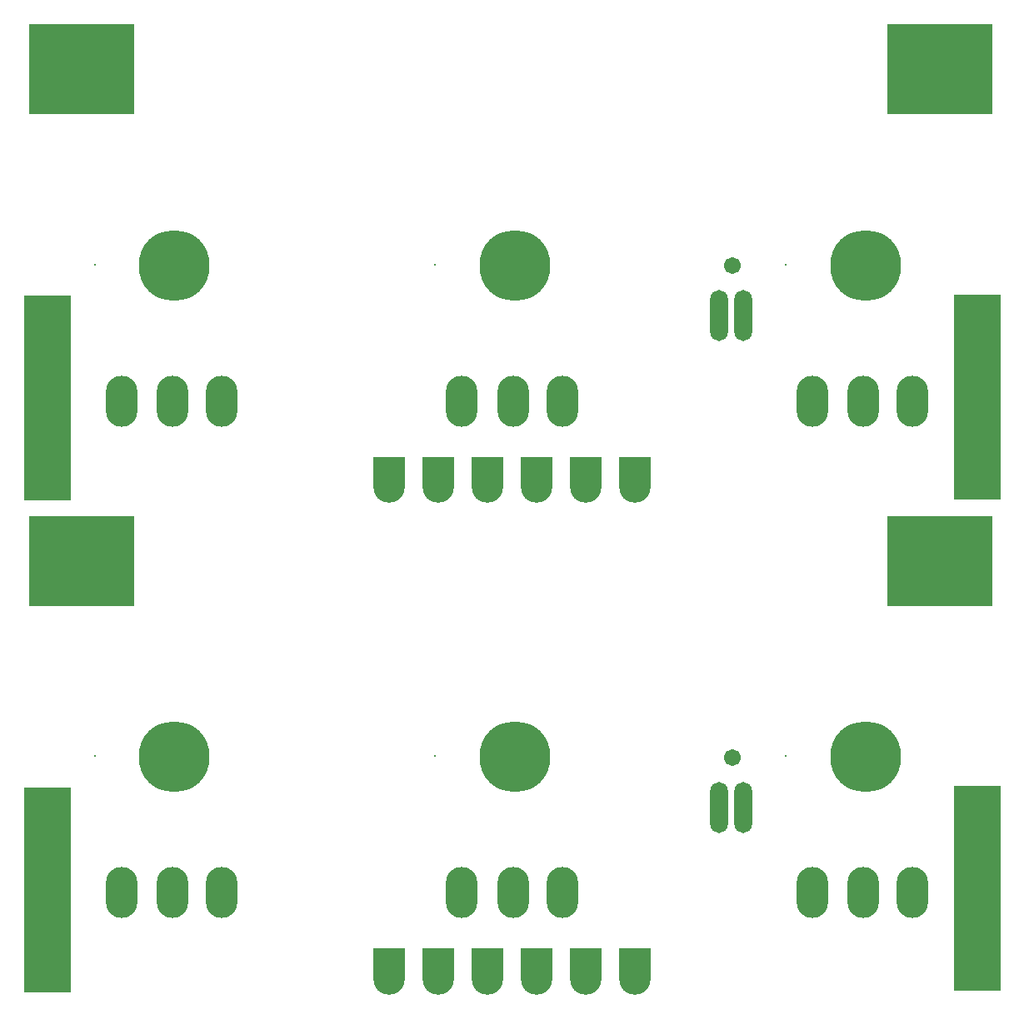
<source format=gbs>
G04*
G04 #@! TF.GenerationSoftware,Altium Limited,Altium Designer,21.0.8 (223)*
G04*
G04 Layer_Color=16711935*
%FSLAX25Y25*%
%MOIN*%
G70*
G04*
G04 #@! TF.SameCoordinates,1038851D-6751-456F-ADCF-613883C18876*
G04*
G04*
G04 #@! TF.FilePolarity,Negative*
G04*
G01*
G75*
%ADD29C,0.00800*%
%ADD30C,0.28359*%
%ADD31C,0.06706*%
%ADD32O,0.12611X0.20485*%
%ADD33R,0.12611X0.12611*%
%ADD34C,0.12611*%
%ADD35O,0.07099X0.20485*%
%ADD36R,0.42139X0.36233*%
%ADD37R,0.18517X0.82296*%
%ADD38R,0.42139X0.36233*%
%ADD39R,0.42139X0.36233*%
%ADD40R,0.42139X0.36233*%
%ADD41C,0.05800*%
D29*
X137378Y204618D02*
D03*
X273598Y204618D02*
D03*
X413756Y204618D02*
D03*
X137378Y401469D02*
D03*
X273598Y401469D02*
D03*
X413756Y401469D02*
D03*
D30*
X169268Y204224D02*
D03*
X305488Y204224D02*
D03*
X445646Y204224D02*
D03*
X169268Y401075D02*
D03*
X305488Y401075D02*
D03*
X445646Y401075D02*
D03*
D31*
X392299Y204028D02*
D03*
Y400878D02*
D03*
D32*
X148008Y149894D02*
D03*
X168480D02*
D03*
X188165D02*
D03*
X284228Y149894D02*
D03*
X304701D02*
D03*
X324386D02*
D03*
X464543Y149894D02*
D03*
X444858D02*
D03*
X424386D02*
D03*
X148008Y346744D02*
D03*
X168480D02*
D03*
X188165D02*
D03*
X284228Y346744D02*
D03*
X304701D02*
D03*
X324386D02*
D03*
X464543Y346744D02*
D03*
X444858D02*
D03*
X424386D02*
D03*
D33*
X294508Y121280D02*
D03*
X255138Y121280D02*
D03*
X314193D02*
D03*
X353563D02*
D03*
X274823D02*
D03*
X333878Y121280D02*
D03*
X294508Y318130D02*
D03*
X255138Y318130D02*
D03*
X314193D02*
D03*
X353563D02*
D03*
X274823D02*
D03*
X333878Y318130D02*
D03*
D34*
X294508Y115374D02*
D03*
X255138Y115374D02*
D03*
X314193D02*
D03*
X353563Y115374D02*
D03*
X274823Y115374D02*
D03*
X333878Y115374D02*
D03*
X294508Y312224D02*
D03*
X255138Y312224D02*
D03*
X314193D02*
D03*
X353563Y312224D02*
D03*
X274823Y312224D02*
D03*
X333878Y312224D02*
D03*
D35*
X396870Y184075D02*
D03*
X387028D02*
D03*
X396870Y380925D02*
D03*
X387028D02*
D03*
D36*
X475610Y282697D02*
D03*
D37*
X118480Y151075D02*
D03*
X490331Y151665D02*
D03*
X118480Y347925D02*
D03*
X490331Y348516D02*
D03*
D38*
X132106Y282697D02*
D03*
D39*
X475610Y479547D02*
D03*
D40*
X132106D02*
D03*
D41*
X117890Y136705D02*
D03*
Y146547D02*
D03*
Y156390D02*
D03*
Y166232D02*
D03*
Y126862D02*
D03*
Y175681D02*
D03*
X490528Y137295D02*
D03*
Y147138D02*
D03*
Y156980D02*
D03*
Y166823D02*
D03*
Y127453D02*
D03*
Y176272D02*
D03*
X117890Y333555D02*
D03*
Y343398D02*
D03*
Y353240D02*
D03*
Y363083D02*
D03*
Y323713D02*
D03*
Y372532D02*
D03*
X490528Y334146D02*
D03*
Y343988D02*
D03*
Y353831D02*
D03*
Y363673D02*
D03*
Y324303D02*
D03*
Y373122D02*
D03*
M02*

</source>
